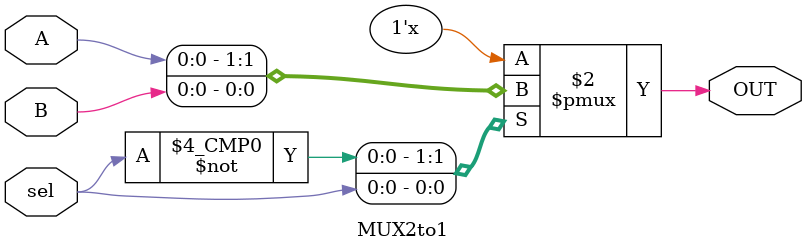
<source format=v>
`timescale 1ns / 1ps
module MUX2to1(
	input A, B,
	input sel,
	output reg OUT
    );

	always @(A or B or sel) begin
		case(sel) 
			1'b0: OUT = A;
			1'b1: OUT = B;
		endcase
	end

endmodule

</source>
